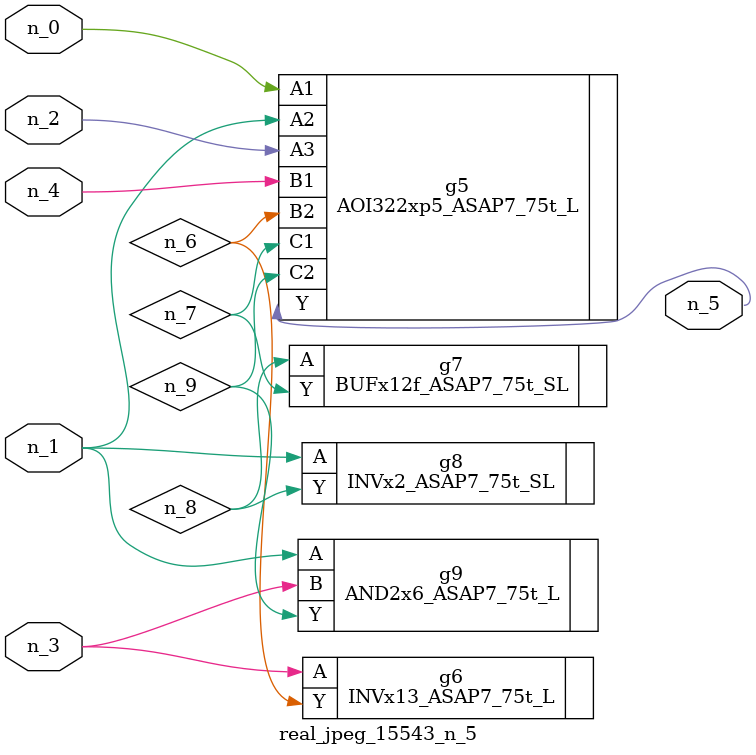
<source format=v>
module real_jpeg_15543_n_5 (n_4, n_0, n_1, n_2, n_3, n_5);

input n_4;
input n_0;
input n_1;
input n_2;
input n_3;

output n_5;

wire n_8;
wire n_6;
wire n_7;
wire n_9;

AOI322xp5_ASAP7_75t_L g5 ( 
.A1(n_0),
.A2(n_1),
.A3(n_2),
.B1(n_4),
.B2(n_6),
.C1(n_7),
.C2(n_9),
.Y(n_5)
);

INVx2_ASAP7_75t_SL g8 ( 
.A(n_1),
.Y(n_8)
);

AND2x6_ASAP7_75t_L g9 ( 
.A(n_1),
.B(n_3),
.Y(n_9)
);

INVx13_ASAP7_75t_L g6 ( 
.A(n_3),
.Y(n_6)
);

BUFx12f_ASAP7_75t_SL g7 ( 
.A(n_8),
.Y(n_7)
);


endmodule
</source>
